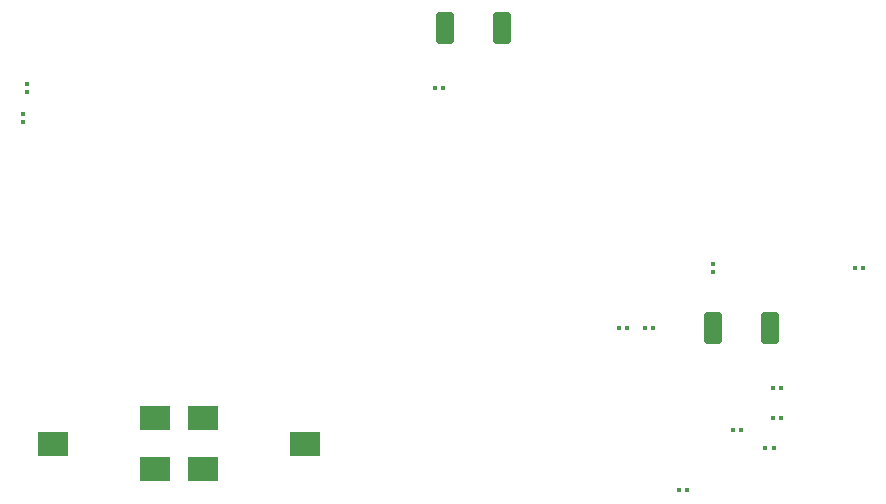
<source format=gbr>
%TF.GenerationSoftware,KiCad,Pcbnew,7.0.1*%
%TF.CreationDate,2023-04-06T21:44:55+03:00*%
%TF.ProjectId,BSPD_large,42535044-5f6c-4617-9267-652e6b696361,rev?*%
%TF.SameCoordinates,Original*%
%TF.FileFunction,Paste,Top*%
%TF.FilePolarity,Positive*%
%FSLAX46Y46*%
G04 Gerber Fmt 4.6, Leading zero omitted, Abs format (unit mm)*
G04 Created by KiCad (PCBNEW 7.0.1) date 2023-04-06 21:44:55*
%MOMM*%
%LPD*%
G01*
G04 APERTURE LIST*
G04 Aperture macros list*
%AMRoundRect*
0 Rectangle with rounded corners*
0 $1 Rounding radius*
0 $2 $3 $4 $5 $6 $7 $8 $9 X,Y pos of 4 corners*
0 Add a 4 corners polygon primitive as box body*
4,1,4,$2,$3,$4,$5,$6,$7,$8,$9,$2,$3,0*
0 Add four circle primitives for the rounded corners*
1,1,$1+$1,$2,$3*
1,1,$1+$1,$4,$5*
1,1,$1+$1,$6,$7*
1,1,$1+$1,$8,$9*
0 Add four rect primitives between the rounded corners*
20,1,$1+$1,$2,$3,$4,$5,0*
20,1,$1+$1,$4,$5,$6,$7,0*
20,1,$1+$1,$6,$7,$8,$9,0*
20,1,$1+$1,$8,$9,$2,$3,0*%
G04 Aperture macros list end*
%ADD10RoundRect,0.079500X-0.079500X-0.100500X0.079500X-0.100500X0.079500X0.100500X-0.079500X0.100500X0*%
%ADD11R,2.500000X2.000000*%
%ADD12RoundRect,0.079500X0.079500X0.100500X-0.079500X0.100500X-0.079500X-0.100500X0.079500X-0.100500X0*%
%ADD13RoundRect,0.250000X-0.500000X-1.100000X0.500000X-1.100000X0.500000X1.100000X-0.500000X1.100000X0*%
%ADD14RoundRect,0.079500X0.100500X-0.079500X0.100500X0.079500X-0.100500X0.079500X-0.100500X-0.079500X0*%
%ADD15RoundRect,0.250000X0.500000X1.100000X-0.500000X1.100000X-0.500000X-1.100000X0.500000X-1.100000X0*%
%ADD16RoundRect,0.079500X-0.100500X0.079500X-0.100500X-0.079500X0.100500X-0.079500X0.100500X0.079500X0*%
G04 APERTURE END LIST*
D10*
%TO.C,C2*%
X131735000Y-71120000D03*
X132425000Y-71120000D03*
%TD*%
D11*
%TO.C,RV1*%
X96520000Y-83040000D03*
X105170000Y-80890000D03*
X96520000Y-78740000D03*
%TD*%
D12*
%TO.C,R14*%
X152400000Y-66040000D03*
X151710000Y-66040000D03*
%TD*%
%TO.C,R12*%
X144805000Y-81280000D03*
X144115000Y-81280000D03*
%TD*%
%TO.C,R10*%
X116840000Y-50800000D03*
X116150000Y-50800000D03*
%TD*%
D13*
%TO.C,D2*%
X116980000Y-45720000D03*
X121780000Y-45720000D03*
%TD*%
D10*
%TO.C,C1*%
X136773088Y-84810000D03*
X137463088Y-84810000D03*
%TD*%
D14*
%TO.C,R5*%
X81625000Y-51145000D03*
X81625000Y-50455000D03*
%TD*%
D12*
%TO.C,C3*%
X134620000Y-71120000D03*
X133930000Y-71120000D03*
%TD*%
D15*
%TO.C,D1*%
X144500000Y-71120000D03*
X139700000Y-71120000D03*
%TD*%
D11*
%TO.C,RV2*%
X92470000Y-78740000D03*
X83820000Y-80890000D03*
X92470000Y-83040000D03*
%TD*%
D12*
%TO.C,R11*%
X145445000Y-78740000D03*
X144755000Y-78740000D03*
%TD*%
D14*
%TO.C,R9*%
X139700000Y-66385000D03*
X139700000Y-65695000D03*
%TD*%
D16*
%TO.C,R6*%
X81280000Y-52995000D03*
X81280000Y-53685000D03*
%TD*%
D12*
%TO.C,R8*%
X142060576Y-79730000D03*
X141370576Y-79730000D03*
%TD*%
%TO.C,R7*%
X145470000Y-76200000D03*
X144780000Y-76200000D03*
%TD*%
M02*

</source>
